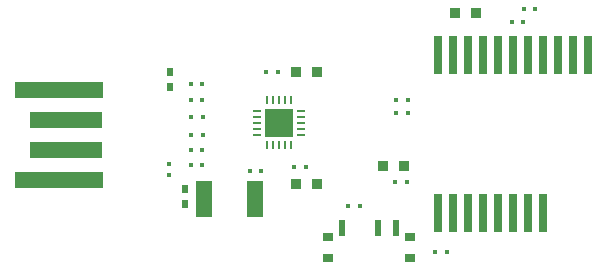
<source format=gbr>
%FSLAX25Y25*%
%MOIN*%
G04 EasyPC Gerber Version 18.0.8 Build 3632 *
%ADD132R,0.00600X0.02600*%
%ADD126R,0.01800X0.01800*%
%ADD128R,0.02156X0.05306*%
%ADD137R,0.02200X0.02900*%
%ADD124R,0.02600X0.12600*%
%ADD135R,0.05400X0.12200*%
%ADD134R,0.09400X0.09400*%
%ADD133R,0.02600X0.00600*%
%ADD136R,0.01600X0.01400*%
%ADD125R,0.01800X0.01800*%
%ADD129R,0.03337X0.02550*%
%ADD127R,0.03691X0.03337*%
%ADD131R,0.24400X0.05700*%
%ADD130R,0.29400X0.05700*%
X0Y0D02*
D02*
D124*
X145750Y20250D03*
Y73050D03*
X150750Y20250D03*
Y73050D03*
X155750Y20250D03*
Y73050D03*
X160750Y20250D03*
Y73050D03*
X165750Y20250D03*
Y73050D03*
X170750Y20250D03*
Y73050D03*
X175750Y20250D03*
Y73050D03*
X180750Y20250D03*
Y73050D03*
X185750D03*
X190750D03*
X195750D03*
D02*
D125*
X63250Y36250D03*
Y41350D03*
Y57850D03*
Y63350D03*
X63350Y46150D03*
Y52150D03*
X67150Y36250D03*
Y41350D03*
Y57850D03*
Y63350D03*
X67250Y46150D03*
Y52150D03*
X88350Y67150D03*
X92250D03*
X97850Y35650D03*
X101750D03*
X115750Y22650D03*
X119650D03*
X131350Y30650D03*
X131750Y57850D03*
X131850Y53650D03*
X135250Y30650D03*
X135650Y57850D03*
X135750Y53650D03*
X144750Y7150D03*
X148650D03*
X170250Y83850D03*
X174150D03*
X174250Y88350D03*
X178150D03*
D02*
D126*
X56150Y32750D03*
Y36650D03*
D02*
D127*
X98250Y29750D03*
Y67250D03*
X105250Y29750D03*
Y67250D03*
X127250Y35750D03*
X134250D03*
X151250Y86750D03*
X158250D03*
D02*
D128*
X113892Y15140D03*
X125703D03*
X131608D03*
D02*
D129*
X108970Y5297D03*
Y12187D03*
X136530Y5297D03*
Y12187D03*
D02*
D130*
X19250Y31250D03*
Y61250D03*
D02*
D131*
X21750Y41250D03*
Y51250D03*
D02*
D132*
X88813Y42776D03*
Y57724D03*
X90781Y42776D03*
Y57724D03*
X92750Y42776D03*
Y57724D03*
X94719Y42776D03*
Y57724D03*
X96687Y42776D03*
Y57724D03*
D02*
D133*
X85276Y46313D03*
Y48281D03*
Y50250D03*
Y52219D03*
Y54187D03*
X100224Y46313D03*
Y48281D03*
Y50250D03*
Y52219D03*
Y54187D03*
D02*
D134*
X92750Y50250D03*
D02*
D135*
X67750Y24750D03*
X84750D03*
D02*
D136*
X82950Y34250D03*
X86750D03*
D02*
D137*
X56250Y62200D03*
Y67300D03*
X61250Y23200D03*
Y28300D03*
X0Y0D02*
M02*

</source>
